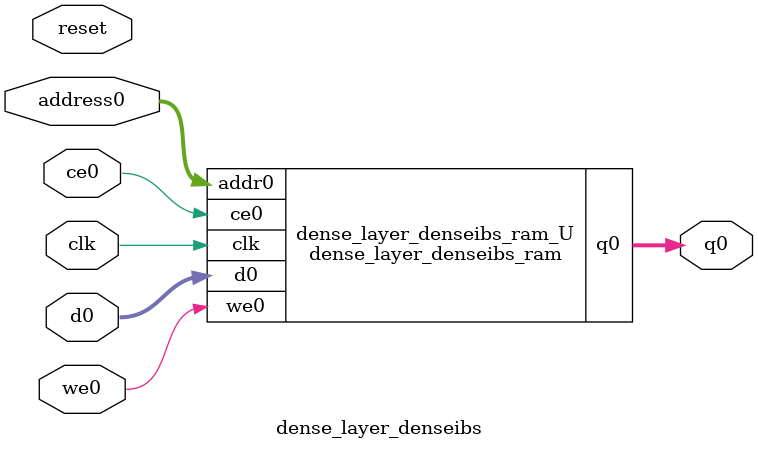
<source format=v>
`timescale 1 ns / 1 ps
module dense_layer_denseibs_ram (addr0, ce0, d0, we0, q0,  clk);

parameter DWIDTH = 32;
parameter AWIDTH = 4;
parameter MEM_SIZE = 10;

input[AWIDTH-1:0] addr0;
input ce0;
input[DWIDTH-1:0] d0;
input we0;
output reg[DWIDTH-1:0] q0;
input clk;

(* ram_style = "distributed" *)reg [DWIDTH-1:0] ram[0:MEM_SIZE-1];




always @(posedge clk)  
begin 
    if (ce0) 
    begin
        if (we0) 
        begin 
            ram[addr0] <= d0; 
        end 
        q0 <= ram[addr0];
    end
end


endmodule

`timescale 1 ns / 1 ps
module dense_layer_denseibs(
    reset,
    clk,
    address0,
    ce0,
    we0,
    d0,
    q0);

parameter DataWidth = 32'd32;
parameter AddressRange = 32'd10;
parameter AddressWidth = 32'd4;
input reset;
input clk;
input[AddressWidth - 1:0] address0;
input ce0;
input we0;
input[DataWidth - 1:0] d0;
output[DataWidth - 1:0] q0;



dense_layer_denseibs_ram dense_layer_denseibs_ram_U(
    .clk( clk ),
    .addr0( address0 ),
    .ce0( ce0 ),
    .we0( we0 ),
    .d0( d0 ),
    .q0( q0 ));

endmodule


</source>
